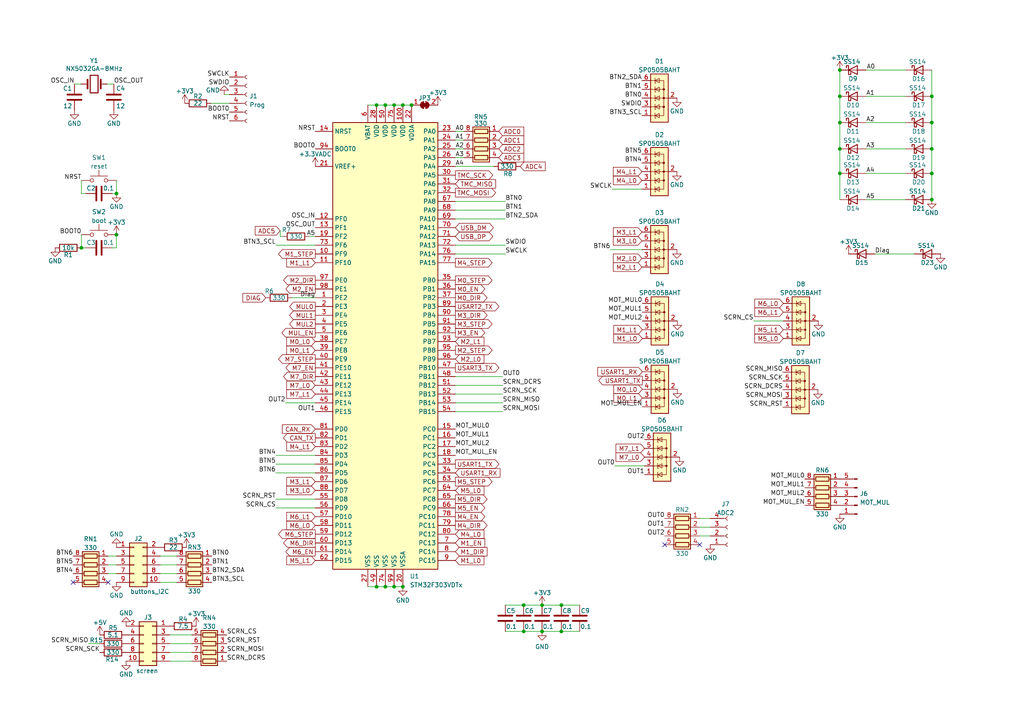
<source format=kicad_sch>
(kicad_sch (version 20211123) (generator eeschema)
  (paper "A4")
  (junction (at 151.892 175.514))
  (junction (at 23.622 71.882))
  (junction (at 243.586 27.94))
  (junction (at 270.256 43.18))
  (junction (at 157.226 183.134))
  (junction (at 109.22 170.18))
  (junction (at 116.84 170.18))
  (junction (at 111.76 30.48))
  (junction (at 119.38 30.48))
  (junction (at 157.226 175.514))
  (junction (at 243.586 43.18))
  (junction (at 243.586 35.56))
  (junction (at 109.22 30.48))
  (junction (at 270.256 35.56))
  (junction (at 114.3 30.48))
  (junction (at 162.814 175.514))
  (junction (at 111.76 170.18))
  (junction (at 114.3 170.18))
  (junction (at 33.782 56.134))
  (junction (at 270.256 57.912))
  (junction (at 270.256 50.292))
  (junction (at 151.892 183.134))
  (junction (at 33.782 68.072))
  (junction (at 270.256 27.94))
  (junction (at 243.586 20.32))
  (junction (at 162.814 183.134))
  (junction (at 243.586 50.292))
  (junction (at 116.84 30.48))
  (no_connect (at 21.209 168.91))
  (no_connect (at 31.369 168.91))
  (no_connect (at 192.786 157.988))
  (no_connect (at 202.946 157.988))
  (wire (pts (xy 270.256 35.56) (xy 270.256 43.18)))
  (wire (pts (xy 49.276 186.69) (xy 55.626 186.69)))
  (wire (pts (xy 251.206 20.32) (xy 262.636 20.32)))
  (wire (pts (xy 114.3 170.18) (xy 116.84 170.18)))
  (wire (pts (xy 84.709 86.36) (xy 91.44 86.36)))
  (wire (pts (xy 106.68 170.18) (xy 109.22 170.18)))
  (wire (pts (xy 32.512 71.882) (xy 33.782 71.882)))
  (wire (pts (xy 145.796 114.3) (xy 132.08 114.3)))
  (wire (pts (xy 46.482 163.83) (xy 51.308 163.83)))
  (wire (pts (xy 81.28 68.58) (xy 82.042 68.58)))
  (wire (pts (xy 251.206 50.292) (xy 262.636 50.292)))
  (wire (pts (xy 162.814 175.514) (xy 168.148 175.514)))
  (wire (pts (xy 80.01 134.62) (xy 91.44 134.62)))
  (wire (pts (xy 146.558 63.5) (xy 132.08 63.5)))
  (wire (pts (xy 157.226 183.134) (xy 162.814 183.134)))
  (wire (pts (xy 82.804 116.84) (xy 91.44 116.84)))
  (wire (pts (xy 243.586 50.292) (xy 243.586 57.912)))
  (wire (pts (xy 33.02 24.384) (xy 31.115 24.384)))
  (wire (pts (xy 134.493 45.72) (xy 132.08 45.72)))
  (wire (pts (xy 46.482 161.29) (xy 51.308 161.29)))
  (wire (pts (xy 23.622 56.134) (xy 23.622 52.324)))
  (wire (pts (xy 145.796 111.76) (xy 132.08 111.76)))
  (wire (pts (xy 116.84 30.48) (xy 119.38 30.48)))
  (wire (pts (xy 89.662 68.58) (xy 91.44 68.58)))
  (wire (pts (xy 251.206 57.912) (xy 262.636 57.912)))
  (wire (pts (xy 31.369 166.37) (xy 33.782 166.37)))
  (wire (pts (xy 151.892 175.514) (xy 157.226 175.514)))
  (wire (pts (xy 33.782 52.324) (xy 33.782 56.134)))
  (wire (pts (xy 65.024 27.432) (xy 66.548 27.432)))
  (wire (pts (xy 114.3 30.48) (xy 116.84 30.48)))
  (wire (pts (xy 80.01 71.12) (xy 91.44 71.12)))
  (wire (pts (xy 270.256 27.94) (xy 270.256 35.56)))
  (wire (pts (xy 251.206 43.18) (xy 262.636 43.18)))
  (wire (pts (xy 251.206 35.56) (xy 262.636 35.56)))
  (wire (pts (xy 251.206 27.94) (xy 262.636 27.94)))
  (wire (pts (xy 145.796 119.38) (xy 132.08 119.38)))
  (wire (pts (xy 134.493 43.18) (xy 132.08 43.18)))
  (wire (pts (xy 80.01 144.78) (xy 91.44 144.78)))
  (wire (pts (xy 46.482 168.91) (xy 51.308 168.91)))
  (wire (pts (xy 218.567 93.091) (xy 227.203 93.091)))
  (wire (pts (xy 109.22 30.48) (xy 111.76 30.48)))
  (wire (pts (xy 243.586 27.94) (xy 243.586 35.56)))
  (wire (pts (xy 23.622 68.072) (xy 23.622 71.882)))
  (wire (pts (xy 178.308 135.128) (xy 186.944 135.128)))
  (wire (pts (xy 49.276 184.15) (xy 55.626 184.15)))
  (wire (pts (xy 132.08 48.26) (xy 143.256 48.26)))
  (wire (pts (xy 31.369 163.83) (xy 33.782 163.83)))
  (wire (pts (xy 33.782 71.882) (xy 33.782 68.072)))
  (wire (pts (xy 202.946 152.908) (xy 205.994 152.908)))
  (wire (pts (xy 81.28 66.929) (xy 81.28 68.58)))
  (wire (pts (xy 31.369 161.29) (xy 33.782 161.29)))
  (wire (pts (xy 146.558 175.514) (xy 151.892 175.514)))
  (wire (pts (xy 253.746 73.66) (xy 265.176 73.66)))
  (wire (pts (xy 21.59 24.384) (xy 23.495 24.384)))
  (wire (pts (xy 49.276 189.23) (xy 55.626 189.23)))
  (wire (pts (xy 243.586 35.56) (xy 243.586 43.18)))
  (wire (pts (xy 151.892 183.134) (xy 157.226 183.134)))
  (wire (pts (xy 80.01 132.08) (xy 91.44 132.08)))
  (wire (pts (xy 157.226 175.514) (xy 162.814 175.514)))
  (wire (pts (xy 177.546 54.864) (xy 186.182 54.864)))
  (wire (pts (xy 202.946 150.368) (xy 205.994 150.368)))
  (wire (pts (xy 61.214 29.972) (xy 66.548 29.972)))
  (wire (pts (xy 146.558 183.134) (xy 151.892 183.134)))
  (wire (pts (xy 46.482 166.37) (xy 51.308 166.37)))
  (wire (pts (xy 177.038 72.39) (xy 186.182 72.39)))
  (wire (pts (xy 109.22 170.18) (xy 111.76 170.18)))
  (wire (pts (xy 23.622 71.882) (xy 24.892 71.882)))
  (wire (pts (xy 132.08 73.66) (xy 146.558 73.66)))
  (wire (pts (xy 202.946 155.448) (xy 205.994 155.448)))
  (wire (pts (xy 134.493 40.64) (xy 132.08 40.64)))
  (wire (pts (xy 146.558 58.42) (xy 132.08 58.42)))
  (wire (pts (xy 270.256 20.32) (xy 270.256 27.94)))
  (wire (pts (xy 134.493 38.1) (xy 132.08 38.1)))
  (wire (pts (xy 270.256 50.292) (xy 270.256 57.912)))
  (wire (pts (xy 33.782 56.134) (xy 32.512 56.134)))
  (wire (pts (xy 132.08 71.12) (xy 146.558 71.12)))
  (wire (pts (xy 111.76 170.18) (xy 114.3 170.18)))
  (wire (pts (xy 145.796 116.84) (xy 132.08 116.84)))
  (wire (pts (xy 111.76 30.48) (xy 114.3 30.48)))
  (wire (pts (xy 49.276 191.77) (xy 55.626 191.77)))
  (wire (pts (xy 243.586 20.32) (xy 243.586 27.94)))
  (wire (pts (xy 25.654 186.69) (xy 28.956 186.69)))
  (wire (pts (xy 80.01 147.32) (xy 91.44 147.32)))
  (wire (pts (xy 80.01 137.16) (xy 91.44 137.16)))
  (wire (pts (xy 145.796 109.22) (xy 132.08 109.22)))
  (wire (pts (xy 106.68 30.48) (xy 109.22 30.48)))
  (wire (pts (xy 162.814 183.134) (xy 168.148 183.134)))
  (wire (pts (xy 24.892 56.134) (xy 23.622 56.134)))
  (wire (pts (xy 270.256 43.18) (xy 270.256 50.292)))
  (wire (pts (xy 146.558 60.96) (xy 132.08 60.96)))
  (wire (pts (xy 243.586 43.18) (xy 243.586 50.292)))
  (label "BTN0" (at 146.558 58.42 0))
  (label "SCRN_MOSI" (at 65.786 189.23 0))
  (label "MOT_MUL1" (at 186.309 90.551 180))
  (label "BTN3_SCL" (at 80.01 71.12 180))
  (label "SCRN_RST" (at 227.076 118.11 180))
  (label "A5" (at 91.44 68.58 180))
  (label "BTN5" (at 21.209 163.83 180))
  (label "BTN2_SDA" (at 186.182 23.368 180))
  (label "OUT0" (at 178.308 135.128 180))
  (label "NRST" (at 91.44 38.1 180))
  (label "BTN5" (at 80.01 134.62 180))
  (label "SCRN_SCK" (at 28.956 189.23 180))
  (label "MOT_MUL_EN" (at 233.426 146.558 180))
  (label "BTN4" (at 21.209 166.37 180))
  (label "BTN0" (at 186.182 28.448 180))
  (label "SCRN_SCK" (at 145.796 114.3 0))
  (label "SCRN_DCRS" (at 227.076 113.03 180))
  (label "SWCLK" (at 177.546 54.864 180))
  (label "A0" (at 132.08 38.1 0))
  (label "BTN1" (at 146.558 60.96 0))
  (label "OSC_IN" (at 91.44 63.5 180))
  (label "MOT_MUL2" (at 186.309 93.091 180))
  (label "BTN1" (at 61.468 163.83 0))
  (label "BOOT0" (at 23.622 68.072 180))
  (label "BTN4" (at 80.01 132.08 180))
  (label "A4" (at 251.206 50.292 0))
  (label "SWCLK" (at 66.548 22.352 180))
  (label "BTN1" (at 186.182 25.908 180))
  (label "SCRN_MISO" (at 227.076 107.95 180))
  (label "A1" (at 251.206 27.94 0))
  (label "MOT_MUL1" (at 132.08 127 0))
  (label "SCRN_DCRS" (at 65.786 191.77 0))
  (label "SWCLK" (at 146.558 73.66 0))
  (label "OUT1" (at 186.944 137.668 180))
  (label "MOT_MUL0" (at 186.309 88.011 180))
  (label "SCRN_RST" (at 65.786 186.69 0))
  (label "NRST" (at 66.548 35.052 180))
  (label "Diag" (at 91.44 86.36 180))
  (label "BTN3_SCL" (at 186.182 33.528 180))
  (label "BTN5" (at 186.182 44.704 180))
  (label "Diag" (at 253.746 73.66 0))
  (label "MOT_MUL2" (at 233.426 144.018 180))
  (label "SCRN_MOSI" (at 227.076 115.57 180))
  (label "BTN2_SDA" (at 61.468 166.37 0))
  (label "OUT0" (at 145.796 109.22 0))
  (label "OSC_IN" (at 21.59 24.384 180))
  (label "SCRN_CS" (at 80.01 147.32 180))
  (label "SCRN_CS" (at 65.786 184.15 0))
  (label "SCRN_MISO" (at 145.796 116.84 0))
  (label "A0" (at 251.333 20.32 0))
  (label "OSC_OUT" (at 91.44 66.04 180))
  (label "MOT_MUL_EN" (at 132.08 132.08 0))
  (label "OUT2" (at 82.804 116.84 180))
  (label "A3" (at 132.08 45.72 0))
  (label "SCRN_MISO" (at 25.654 186.69 180))
  (label "BTN3_SCL" (at 61.468 168.91 0))
  (label "A1" (at 132.08 40.64 0))
  (label "SCRN_MOSI" (at 145.796 119.38 0))
  (label "OUT2" (at 192.786 155.448 180))
  (label "SWDIO" (at 146.558 71.12 0))
  (label "SWDIO" (at 186.182 30.988 180))
  (label "MOT_MUL1" (at 233.426 141.478 180))
  (label "SCRN_SCK" (at 227.076 110.49 180))
  (label "MOT_MUL_EN" (at 186.309 117.983 180))
  (label "BTN0" (at 61.468 161.29 0))
  (label "BOOT0" (at 91.44 43.18 180))
  (label "BOOT0" (at 66.548 32.512 180))
  (label "OUT1" (at 91.44 119.38 180))
  (label "BTN2_SDA" (at 146.558 63.5 0))
  (label "OUT2" (at 186.944 127.508 180))
  (label "SCRN_CS" (at 218.567 93.091 180))
  (label "BTN6" (at 21.209 161.29 180))
  (label "SCRN_DCRS" (at 145.796 111.76 0))
  (label "SWDIO" (at 66.548 24.892 180))
  (label "OUT1" (at 192.786 152.908 180))
  (label "OSC_OUT" (at 33.02 24.384 0))
  (label "A5" (at 251.206 57.912 0))
  (label "OUT0" (at 192.786 150.368 180))
  (label "SCRN_RST" (at 80.01 144.78 180))
  (label "BTN6" (at 177.038 72.39 180))
  (label "BTN6" (at 80.01 137.16 180))
  (label "MOT_MUL0" (at 132.08 124.46 0))
  (label "MOT_MUL0" (at 233.426 138.938 180))
  (label "MOT_MUL2" (at 132.08 129.54 0))
  (label "BTN4" (at 186.182 47.244 180))
  (label "A4" (at 132.08 48.26 0))
  (label "A2" (at 132.08 43.18 0))
  (label "A2" (at 251.206 35.56 0))
  (label "NRST" (at 23.622 52.324 180))
  (label "A3" (at 251.206 43.18 0))
  (global_label "M1_L0" (shape input) (at 186.309 98.171 180) (property "Intersheet References" "${INTERSHEET_REFS}" (effects hide)))
  (global_label "M5_L0" (shape input) (at 132.08 142.24 0) (property "Intersheet References" "${INTERSHEET_REFS}" (effects hide)))
  (global_label "M2_DIR" (shape output) (at 91.44 81.28 180) (property "Intersheet References" "${INTERSHEET_REFS}" (effects hide)))
  (global_label "M6_L0" (shape input) (at 91.44 152.4 180) (property "Intersheet References" "${INTERSHEET_REFS}" (effects hide)))
  (global_label "M6_L1" (shape input) (at 227.203 90.551 180) (property "Intersheet References" "${INTERSHEET_REFS}" (effects hide)))
  (global_label "MUL1" (shape output) (at 91.44 91.44 180) (property "Intersheet References" "${INTERSHEET_REFS}" (effects hide)))
  (global_label "USART1_TX" (shape output) (at 132.08 134.62 0) (property "Intersheet References" "${INTERSHEET_REFS}" (effects hide)))
  (global_label "USART1_RX" (shape input) (at 186.309 107.823 180) (property "Intersheet References" "${INTERSHEET_REFS}" (effects hide)))
  (global_label "M3_L0" (shape input) (at 91.44 142.24 180) (property "Intersheet References" "${INTERSHEET_REFS}" (effects hide)))
  (global_label "M0_EN" (shape output) (at 132.08 83.82 0) (property "Intersheet References" "${INTERSHEET_REFS}" (effects hide)))
  (global_label "M6_EN" (shape output) (at 91.44 160.02 180) (property "Intersheet References" "${INTERSHEET_REFS}" (effects hide)))
  (global_label "DIAG" (shape input) (at 77.089 86.36 180) (property "Intersheet References" "${INTERSHEET_REFS}" (effects hide)))
  (global_label "M2_L1" (shape input) (at 186.182 77.47 180) (property "Intersheet References" "${INTERSHEET_REFS}" (effects hide)))
  (global_label "TMC_MISO" (shape input) (at 132.08 53.34 0) (property "Intersheet References" "${INTERSHEET_REFS}" (effects hide)))
  (global_label "CAN_RX" (shape input) (at 91.44 124.46 180) (property "Intersheet References" "${INTERSHEET_REFS}" (effects hide)))
  (global_label "M7_L0" (shape input) (at 186.944 132.588 180) (property "Intersheet References" "${INTERSHEET_REFS}" (effects hide)))
  (global_label "M4_L0" (shape input) (at 186.182 52.324 180) (property "Intersheet References" "${INTERSHEET_REFS}" (effects hide)))
  (global_label "M1_EN" (shape input) (at 132.08 157.48 0) (property "Intersheet References" "${INTERSHEET_REFS}" (effects hide)))
  (global_label "M7_L1" (shape input) (at 91.44 114.3 180) (property "Intersheet References" "${INTERSHEET_REFS}" (effects hide)))
  (global_label "USART1_RX" (shape input) (at 132.08 137.16 0) (property "Intersheet References" "${INTERSHEET_REFS}" (effects hide)))
  (global_label "M6_DIR" (shape output) (at 91.44 157.48 180) (property "Intersheet References" "${INTERSHEET_REFS}" (effects hide)))
  (global_label "USART1_TX" (shape output) (at 186.309 110.363 180) (property "Intersheet References" "${INTERSHEET_REFS}" (effects hide)))
  (global_label "M4_EN" (shape output) (at 132.08 149.86 0) (property "Intersheet References" "${INTERSHEET_REFS}" (effects hide)))
  (global_label "M0_L1" (shape input) (at 91.44 101.6 180) (property "Intersheet References" "${INTERSHEET_REFS}" (effects hide)))
  (global_label "M1_STEP" (shape output) (at 91.44 73.66 180) (property "Intersheet References" "${INTERSHEET_REFS}" (effects hide)))
  (global_label "ADC4" (shape input) (at 150.876 48.26 0) (property "Intersheet References" "${INTERSHEET_REFS}" (effects hide)))
  (global_label "M0_L0" (shape input) (at 186.309 112.903 180) (property "Intersheet References" "${INTERSHEET_REFS}" (effects hide)))
  (global_label "M3_L0" (shape input) (at 186.182 69.85 180) (property "Intersheet References" "${INTERSHEET_REFS}" (effects hide)))
  (global_label "M2_L1" (shape input) (at 132.08 99.06 0) (property "Intersheet References" "${INTERSHEET_REFS}" (effects hide)))
  (global_label "ADC2" (shape input) (at 144.653 43.18 0) (property "Intersheet References" "${INTERSHEET_REFS}" (effects hide)))
  (global_label "M0_STEP" (shape output) (at 132.08 81.28 0) (property "Intersheet References" "${INTERSHEET_REFS}" (effects hide)))
  (global_label "M7_L1" (shape input) (at 186.944 130.048 180) (property "Intersheet References" "${INTERSHEET_REFS}" (effects hide)))
  (global_label "MUL0" (shape output) (at 91.44 88.9 180) (property "Intersheet References" "${INTERSHEET_REFS}" (effects hide)))
  (global_label "M3_L1" (shape input) (at 186.182 67.31 180) (property "Intersheet References" "${INTERSHEET_REFS}" (effects hide)))
  (global_label "M1_DIR" (shape input) (at 132.08 160.02 0) (property "Intersheet References" "${INTERSHEET_REFS}" (effects hide)))
  (global_label "M2_EN" (shape output) (at 91.44 83.82 180) (property "Intersheet References" "${INTERSHEET_REFS}" (effects hide)))
  (global_label "M3_L1" (shape input) (at 91.44 139.7 180) (property "Intersheet References" "${INTERSHEET_REFS}" (effects hide)))
  (global_label "M3_EN" (shape output) (at 132.08 96.52 0) (property "Intersheet References" "${INTERSHEET_REFS}" (effects hide)))
  (global_label "M3_DIR" (shape output) (at 132.08 91.44 0) (property "Intersheet References" "${INTERSHEET_REFS}" (effects hide)))
  (global_label "M4_L1" (shape input) (at 91.44 129.54 180) (property "Intersheet References" "${INTERSHEET_REFS}" (effects hide)))
  (global_label "M5_L0" (shape input) (at 227.203 98.171 180) (property "Intersheet References" "${INTERSHEET_REFS}" (effects hide)))
  (global_label "M1_L1" (shape input) (at 91.44 76.2 180) (property "Intersheet References" "${INTERSHEET_REFS}" (effects hide)))
  (global_label "M7_DIR" (shape output) (at 91.44 109.22 180) (property "Intersheet References" "${INTERSHEET_REFS}" (effects hide)))
  (global_label "MUL_EN" (shape output) (at 91.44 96.52 180) (property "Intersheet References" "${INTERSHEET_REFS}" (effects hide)))
  (global_label "USB_DM" (shape bidirectional) (at 132.08 66.04 0) (property "Intersheet References" "${INTERSHEET_REFS}" (effects hide)))
  (global_label "M4_L0" (shape input) (at 132.08 154.94 0) (property "Intersheet References" "${INTERSHEET_REFS}" (effects hide)))
  (global_label "M5_STEP" (shape output) (at 132.08 139.7 0) (property "Intersheet References" "${INTERSHEET_REFS}" (effects hide)))
  (global_label "USART3_TX" (shape output) (at 132.08 106.68 0) (property "Intersheet References" "${INTERSHEET_REFS}" (effects hide)))
  (global_label "M5_L1" (shape input) (at 227.203 95.631 180) (property "Intersheet References" "${INTERSHEET_REFS}" (effects hide)))
  (global_label "TMC_SCK" (shape output) (at 132.08 50.8 0) (property "Intersheet References" "${INTERSHEET_REFS}" (effects hide)))
  (global_label "ADC0" (shape input) (at 144.653 38.1 0) (property "Intersheet References" "${INTERSHEET_REFS}" (effects hide)))
  (global_label "M1_L1" (shape input) (at 186.309 95.631 180) (property "Intersheet References" "${INTERSHEET_REFS}" (effects hide)))
  (global_label "M6_STEP" (shape output) (at 91.44 154.94 180) (property "Intersheet References" "${INTERSHEET_REFS}" (effects hide)))
  (global_label "M5_L1" (shape input) (at 91.44 162.56 180) (property "Intersheet References" "${INTERSHEET_REFS}" (effects hide)))
  (global_label "ADC1" (shape input) (at 144.653 40.64 0) (property "Intersheet References" "${INTERSHEET_REFS}" (effects hide)))
  (global_label "M5_DIR" (shape output) (at 132.08 144.78 0) (property "Intersheet References" "${INTERSHEET_REFS}" (effects hide)))
  (global_label "M6_L1" (shape input) (at 91.44 149.86 180) (property "Intersheet References" "${INTERSHEET_REFS}" (effects hide)))
  (global_label "CAN_TX" (shape output) (at 91.44 127 180) (property "Intersheet References" "${INTERSHEET_REFS}" (effects hide)))
  (global_label "TMC_MOSI" (shape output) (at 132.08 55.88 0) (property "Intersheet References" "${INTERSHEET_REFS}" (effects hide)))
  (global_label "M3_STEP" (shape output) (at 132.08 93.98 0) (property "Intersheet References" "${INTERSHEET_REFS}" (effects hide)))
  (global_label "M0_DIR" (shape output) (at 132.08 86.36 0) (property "Intersheet References" "${INTERSHEET_REFS}" (effects hide)))
  (global_label "MUL2" (shape output) (at 91.44 93.98 180) (property "Intersheet References" "${INTERSHEET_REFS}" (effects hide)))
  (global_label "M6_L0" (shape input) (at 227.203 88.011 180) (property "Intersheet References" "${INTERSHEET_REFS}" (effects hide)))
  (global_label "M2_STEP" (shape output) (at 132.08 101.6 0) (property "Intersheet References" "${INTERSHEET_REFS}" (effects hide)))
  (global_label "M1_L0" (shape input) (at 132.08 162.56 0) (property "Intersheet References" "${INTERSHEET_REFS}" (effects hide)))
  (global_label "M0_L0" (shape input) (at 91.44 99.06 180) (property "Intersheet References" "${INTERSHEET_REFS}" (effects hide)))
  (global_label "M7_STEP" (shape output) (at 91.44 104.14 180) (property "Intersheet References" "${INTERSHEET_REFS}" (effects hide)))
  (global_label "USB_DP" (shape bidirectional) (at 132.08 68.58 0) (property "Intersheet References" "${INTERSHEET_REFS}" (effects hide)))
  (global_label "M5_EN" (shape output) (at 132.08 147.32 0) (property "Intersheet References" "${INTERSHEET_REFS}" (effects hide)))
  (global_label "M0_L1" (shape input) (at 186.309 115.443 180) (property "Intersheet References" "${INTERSHEET_REFS}" (effects hide)))
  (global_label "M4_L1" (shape input) (at 186.182 49.784 180) (property "Intersheet References" "${INTERSHEET_REFS}" (effects hide)))
  (global_label "M4_STEP" (shape output) (at 132.08 76.2 0) (property "Intersheet References" "${INTERSHEET_REFS}" (effects hide)))
  (global_label "ADC5" (shape input) (at 81.28 66.929 180) (property "Intersheet References" "${INTERSHEET_REFS}" (effects hide)))
  (global_label "M2_L0" (shape input) (at 186.182 74.93 180) (property "Intersheet References" "${INTERSHEET_REFS}" (effects hide)))
  (global_label "ADC3" (shape input) (at 144.653 45.72 0) (property "Intersheet References" "${INTERSHEET_REFS}" (effects hide)))
  (global_label "M7_EN" (shape output) (at 91.44 106.68 180) (property "Intersheet References" "${INTERSHEET_REFS}" (effects hide)))
  (global_label "USART2_TX" (shape output) (at 132.08 88.9 0) (property "Intersheet References" "${INTERSHEET_REFS}" (effects hide)))
  (global_label "M2_L0" (shape input) (at 132.08 104.14 0) (property "Intersheet References" "${INTERSHEET_REFS}" (effects hide)))
  (global_label "M7_L0" (shape input) (at 91.44 111.76 180) (property "Intersheet References" "${INTERSHEET_REFS}" (effects hide)))
  (global_label "M4_DIR" (shape output) (at 132.08 152.4 0) (property "Intersheet References" "${INTERSHEET_REFS}" (effects hide)))
  (symbol (lib_id "Device:C") (at 157.226 179.324 0) (unit 1)
    (property "Reference" "C7" (at 157.48 177.165 0) (effects (justify left)))
    (property "Value" "0.1" (at 157.353 181.737 0) (effects (justify left)))
    (property "Footprint" "Capacitor_SMD:C_0603_1608Metric_Pad1.08x0.95mm_HandSolder" (effects hide))
  )
  (symbol (lib_id "stm32-rescue:GND") (at 36.576 181.61 180) (unit 1)
    (property "Reference" "#PWR0111" (effects hide))
    (property "Value" "GND" (at 36.576 177.8 0))
  )
  (symbol (lib_id "Device:R") (at 32.766 189.23 90) (unit 1)
    (property "Reference" "R14" (at 32.512 191.262 90))
    (property "Value" "330" (at 32.766 189.23 90))
    (property "Footprint" "Resistor_SMD:R_0603_1608Metric_Pad0.98x0.95mm_HandSolder" (effects hide))
  )
  (symbol (lib_id "Connector:Conn_01x06_Female") (at 71.628 27.432 0) (unit 1)
    (property "Reference" "J1" (at 72.3392 27.8673 0) (effects (justify left)))
    (property "Value" "Prog" (at 72.3392 30.4042 0) (effects (justify left)))
    (property "Footprint" "Connector_PinSocket_1.27mm:PinSocket_1x06_P1.27mm_Vertical" (effects hide))
  )
  (symbol (lib_id "Device:R") (at 57.404 29.972 90) (unit 1)
    (property "Reference" "R2" (at 57.404 27.94 90))
    (property "Value" "22" (at 57.404 29.972 90))
    (property "Footprint" "Resistor_SMD:R_0603_1608Metric_Pad0.98x0.95mm_HandSolder" (effects hide))
  )
  (symbol (lib_id "Device:R_Pack04") (at 238.506 144.018 90) (mirror x) (unit 1)
    (property "Reference" "RN6" (at 238.506 136.398 90))
    (property "Value" "330" (at 238.506 149.098 90))
    (property "Footprint" "Resistor_SMD:R_Array_Convex_4x0603" (effects hide))
  )
  (symbol (lib_id "power:GND") (at 116.84 170.18 0) (unit 1)
    (property "Reference" "#PWR07" (effects hide))
    (property "Value" "GND" (at 116.84 174.117 0))
  )
  (symbol (lib_id "power:+5V") (at 28.956 184.15 0) (unit 1)
    (property "Reference" "#PWR0116" (effects hide))
    (property "Value" "+5V" (at 28.956 180.5742 0))
  )
  (symbol (lib_id "Device:D_Schottky") (at 266.446 35.56 0) (unit 1)
    (property "Reference" "D18" (at 266.446 38.1 0))
    (property "Value" "SS14" (at 266.1285 33.1271 0))
    (property "Footprint" "Diode_SMD:D_SOD-323_HandSoldering" (effects hide))
  )
  (symbol (lib_id "power:+3V3") (at 127 30.48 0) (unit 1)
    (property "Reference" "#PWR08" (effects hide))
    (property "Value" "+3V3" (at 127 26.9042 0))
  )
  (symbol (lib_id "MCU_ST_STM32F3:STM32F303VDTx") (at 111.76 99.06 0) (unit 1)
    (property "Reference" "U1" (at 118.8594 167.1304 0) (effects (justify left)))
    (property "Value" "STM32F303VDTx" (at 118.8594 169.6673 0) (effects (justify left)))
    (property "Footprint" "Package_QFP:LQFP-100_14x14mm_P0.5mm" (effects hide))
    (property "Datasheet" "http://www.st.com/st-web-ui/static/active/en/resource/technical/document/datasheet/DM00118585.pdf" (effects hide))
  )
  (symbol (lib_id "Connector:Conn_01x04_Female") (at 211.074 155.448 0) (mirror x) (unit 1)
    (property "Reference" "J7" (at 210.439 146.211 0))
    (property "Value" "ADC2" (at 210.439 148.7479 0))
    (property "Footprint" "Connector_JST:JST_PH_B4B-PH-K_1x04_P2.00mm_Vertical" (effects hide))
  )
  (symbol (lib_id "Device:D_Schottky") (at 247.396 43.18 0) (unit 1)
    (property "Reference" "D12" (at 247.396 45.72 0))
    (property "Value" "SS14" (at 247.0785 40.7471 0))
    (property "Footprint" "Diode_SMD:D_SOD-323_HandSoldering" (effects hide))
  )
  (symbol (lib_id "Device:C") (at 162.814 179.324 0) (unit 1)
    (property "Reference" "C8" (at 163.068 177.165 0) (effects (justify left)))
    (property "Value" "0.1" (at 162.941 181.737 0) (effects (justify left)))
    (property "Footprint" "Capacitor_SMD:C_0603_1608Metric_Pad1.08x0.95mm_HandSolder" (effects hide))
  )
  (symbol (lib_id "Device:R") (at 53.086 181.61 90) (unit 1)
    (property "Reference" "R4" (at 53.086 179.578 90))
    (property "Value" "7.5" (at 53.086 181.61 90))
    (property "Footprint" "Resistor_SMD:R_0603_1608Metric_Pad0.98x0.95mm_HandSolder" (effects hide))
  )
  (symbol (lib_id "Switch:SW_Push") (at 28.702 52.324 0) (unit 1)
    (property "Reference" "SW1" (at 28.702 45.7032 0))
    (property "Value" "reset" (at 28.702 48.2401 0))
    (property "Footprint" "Button_Switch_SMD:SW_SPST_FSMSM" (effects hide))
  )
  (symbol (lib_id "power:+3V3") (at 53.594 29.972 0) (unit 1)
    (property "Reference" "#PWR09" (effects hide))
    (property "Value" "+3V3" (at 53.594 26.3962 0))
  )
  (symbol (lib_id "stm32-rescue:GND") (at 197.104 132.588 0) (unit 1)
    (property "Reference" "#PWR0110" (effects hide))
    (property "Value" "GND" (at 197.104 136.398 0))
  )
  (symbol (lib_id "Device:D_Schottky") (at 249.936 73.66 0) (unit 1)
    (property "Reference" "D15" (at 249.936 76.2 0))
    (property "Value" "SS14" (at 249.6185 71.2271 0))
    (property "Footprint" "Diode_SMD:D_SOD-323_HandSoldering" (effects hide))
  )
  (symbol (lib_id "stm32-rescue:GND") (at 237.236 113.03 0) (unit 1)
    (property "Reference" "#PWR0106" (effects hide))
    (property "Value" "GND" (at 237.236 116.84 0))
  )
  (symbol (lib_id "Device:R_Pack04") (at 139.573 43.18 90) (mirror x) (unit 1)
    (property "Reference" "RN5" (at 139.446 33.909 90))
    (property "Value" "330" (at 139.446 35.814 90))
    (property "Footprint" "Resistor_SMD:R_Array_Convex_4x0603" (effects hide))
  )
  (symbol (lib_id "Connector_Generic:Conn_02x05_Odd_Even") (at 44.196 186.69 0) (mirror y) (unit 1)
    (property "Reference" "J3" (at 42.926 179.07 0))
    (property "Value" "screen" (at 42.672 194.564 0))
    (property "Footprint" "Connector_IDC:IDC-Header_2x05_P2.54mm_Vertical" (effects hide))
  )
  (symbol (lib_id "stm32-rescue:GND") (at 205.994 157.988 0) (unit 1)
    (property "Reference" "#PWR015" (effects hide))
    (property "Value" "GND" (at 205.994 161.798 0))
  )
  (symbol (lib_id "power:GND") (at 65.024 27.432 180) (unit 1)
    (property "Reference" "#PWR012" (effects hide))
    (property "Value" "GND" (at 59.69 26.162 0) (effects (justify right)))
  )
  (symbol (lib_id "Device:R") (at 50.292 158.75 90) (unit 1)
    (property "Reference" "R3" (at 50.292 156.718 90))
    (property "Value" "22" (at 50.292 158.75 90))
    (property "Footprint" "Resistor_SMD:R_0603_1608Metric_Pad0.98x0.95mm_HandSolder" (effects hide))
  )
  (symbol (lib_id "Device:R_Pack04") (at 197.866 155.448 90) (mirror x) (unit 1)
    (property "Reference" "RN2" (at 197.866 147.828 90))
    (property "Value" "330" (at 197.866 160.528 90))
    (property "Footprint" "Resistor_SMD:R_Array_Convex_4x0603" (effects hide))
  )
  (symbol (lib_id "power:+3V3") (at 246.126 73.66 0) (unit 1)
    (property "Reference" "#PWR0103" (effects hide))
    (property "Value" "+3V3" (at 246.126 70.0842 0))
  )
  (symbol (lib_id "stm32-rescue:GND") (at 33.782 158.75 180) (unit 1)
    (property "Reference" "#PWR0112" (effects hide))
    (property "Value" "GND" (at 33.782 154.94 0))
  )
  (symbol (lib_id "Power_Protection:SP0505BAHT") (at 232.283 93.091 90) (unit 1)
    (property "Reference" "D8" (at 232.283 82.4062 90))
    (property "Value" "SP0505BAHT" (at 232.283 84.9431 90))
    (property "Footprint" "Package_TO_SOT_SMD:SOT-23-6" (effects hide))
    (property "Datasheet" "http://www.littelfuse.com/~/media/files/littelfuse/technical%20resources/documents/data%20sheets/sp05xxba.pdf" (effects hide))
  )
  (symbol (lib_id "Device:R_Pack04") (at 56.388 166.37 90) (mirror x) (unit 1)
    (property "Reference" "RN3" (at 56.388 158.75 90))
    (property "Value" "330" (at 56.388 171.45 90))
    (property "Footprint" "Resistor_SMD:R_Array_Convex_4x0603" (effects hide))
  )
  (symbol (lib_id "Device:C") (at 28.702 71.882 90) (unit 1)
    (property "Reference" "C3" (at 26.416 70.358 90))
    (property "Value" "0.1" (at 31.496 70.358 90))
    (property "Footprint" "Capacitor_SMD:C_0603_1608Metric_Pad1.08x0.95mm_HandSolder" (effects hide))
  )
  (symbol (lib_id "Device:C") (at 168.148 179.324 0) (unit 1)
    (property "Reference" "C9" (at 168.402 177.165 0) (effects (justify left)))
    (property "Value" "0.1" (at 168.275 181.737 0) (effects (justify left)))
    (property "Footprint" "Capacitor_SMD:C_0603_1608Metric_Pad1.08x0.95mm_HandSolder" (effects hide))
  )
  (symbol (lib_id "power:GND") (at 157.226 183.134 0) (unit 1)
    (property "Reference" "#PWR011" (effects hide))
    (property "Value" "GND" (at 157.226 187.5774 0))
  )
  (symbol (lib_id "Device:C") (at 28.702 56.134 90) (unit 1)
    (property "Reference" "C2" (at 26.416 54.61 90))
    (property "Value" "0.1" (at 31.496 54.61 90))
    (property "Footprint" "Capacitor_SMD:C_0603_1608Metric_Pad1.08x0.95mm_HandSolder" (effects hide))
  )
  (symbol (lib_id "Device:D_Schottky") (at 266.446 57.912 0) (unit 1)
    (property "Reference" "D21" (at 266.446 60.452 0))
    (property "Value" "SS14" (at 266.1285 55.4791 0))
    (property "Footprint" "Diode_SMD:D_SOD-323_HandSoldering" (effects hide))
  )
  (symbol (lib_id "Power_Protection:SP0505BAHT") (at 191.389 112.903 90) (unit 1)
    (property "Reference" "D5" (at 191.389 102.2182 90))
    (property "Value" "SP0505BAHT" (at 191.389 104.7551 90))
    (property "Footprint" "Package_TO_SOT_SMD:SOT-23-6" (effects hide))
    (property "Datasheet" "http://www.littelfuse.com/~/media/files/littelfuse/technical%20resources/documents/data%20sheets/sp05xxba.pdf" (effects hide))
  )
  (symbol (lib_id "Device:D_Schottky") (at 247.396 35.56 0) (unit 1)
    (property "Reference" "D11" (at 247.396 38.1 0))
    (property "Value" "SS14" (at 247.0785 33.1271 0))
    (property "Footprint" "Diode_SMD:D_SOD-323_HandSoldering" (effects hide))
  )
  (symbol (lib_id "stm32-rescue:GND") (at 196.469 112.903 0) (unit 1)
    (property "Reference" "#PWR0109" (effects hide))
    (property "Value" "GND" (at 196.469 116.713 0))
  )
  (symbol (lib_id "stm32-rescue:GND") (at 237.363 93.091 0) (unit 1)
    (property "Reference" "#PWR0105" (effects hide))
    (property "Value" "GND" (at 237.363 96.901 0))
  )
  (symbol (lib_id "stm32-rescue:GND") (at 33.782 56.134 0) (unit 1)
    (property "Reference" "#PWR03" (effects hide))
    (property "Value" "GND" (at 33.782 59.944 0))
  )
  (symbol (lib_id "power:+3V3") (at 157.226 175.514 0) (unit 1)
    (property "Reference" "#PWR010" (effects hide))
    (property "Value" "+3V3" (at 157.226 171.9382 0))
  )
  (symbol (lib_id "Device:D_Schottky") (at 266.446 20.32 0) (unit 1)
    (property "Reference" "D16" (at 266.446 22.86 0))
    (property "Value" "SS14" (at 266.1285 17.8871 0))
    (property "Footprint" "Diode_SMD:D_SOD-323_HandSoldering" (effects hide))
  )
  (symbol (lib_id "Switch:SW_Push") (at 28.702 68.072 0) (unit 1)
    (property "Reference" "SW2" (at 28.702 61.4512 0))
    (property "Value" "boot" (at 28.702 63.9881 0))
    (property "Footprint" "Button_Switch_SMD:SW_SPST_FSMSM" (effects hide))
  )
  (symbol (lib_id "stm32-rescue:GND") (at 16.002 71.882 0) (unit 1)
    (property "Reference" "#PWR01" (effects hide))
    (property "Value" "GND" (at 16.002 75.692 0))
  )
  (symbol (lib_id "Power_Protection:SP0505BAHT") (at 232.156 113.03 90) (unit 1)
    (property "Reference" "D7" (at 232.156 102.3452 90))
    (property "Value" "SP0505BAHT" (at 232.156 104.8821 90))
    (property "Footprint" "Package_TO_SOT_SMD:SOT-23-6" (effects hide))
    (property "Datasheet" "http://www.littelfuse.com/~/media/files/littelfuse/technical%20resources/documents/data%20sheets/sp05xxba.pdf" (effects hide))
  )
  (symbol (lib_id "Power_Protection:SP0505BAHT") (at 191.262 49.784 90) (unit 1)
    (property "Reference" "D2" (at 191.262 39.0992 90))
    (property "Value" "SP0505BAHT" (at 191.262 41.6361 90))
    (property "Footprint" "Package_TO_SOT_SMD:SOT-23-6" (effects hide))
    (property "Datasheet" "http://www.littelfuse.com/~/media/files/littelfuse/technical%20resources/documents/data%20sheets/sp05xxba.pdf" (effects hide))
  )
  (symbol (lib_id "Device:D_Schottky") (at 266.446 27.94 0) (unit 1)
    (property "Reference" "D17" (at 266.446 30.48 0))
    (property "Value" "SS14" (at 266.1285 25.5071 0))
    (property "Footprint" "Diode_SMD:D_SOD-323_HandSoldering" (effects hide))
  )
  (symbol (lib_id "Power_Protection:SP0505BAHT") (at 191.262 28.448 90) (unit 1)
    (property "Reference" "D1" (at 191.262 17.7632 90))
    (property "Value" "SP0505BAHT" (at 191.262 20.3001 90))
    (property "Footprint" "Package_TO_SOT_SMD:SOT-23-6" (effects hide))
    (property "Datasheet" "http://www.littelfuse.com/~/media/files/littelfuse/technical%20resources/documents/data%20sheets/sp05xxba.pdf" (effects hide))
  )
  (symbol (lib_id "stm32-rescue:GND") (at 21.59 32.004 0) (unit 1)
    (property "Reference" "#PWR02" (effects hide))
    (property "Value" "GND" (at 21.59 35.814 0))
  )
  (symbol (lib_id "Power_Protection:SP0505BAHT") (at 191.389 93.091 90) (unit 1)
    (property "Reference" "D4" (at 191.389 82.4062 90))
    (property "Value" "SP0505BAHT" (at 191.389 84.9431 90))
    (property "Footprint" "Package_TO_SOT_SMD:SOT-23-6" (effects hide))
    (property "Datasheet" "http://www.littelfuse.com/~/media/files/littelfuse/technical%20resources/documents/data%20sheets/sp05xxba.pdf" (effects hide))
  )
  (symbol (lib_id "Device:R") (at 32.766 184.15 90) (unit 1)
    (property "Reference" "R5" (at 32.766 182.118 90))
    (property "Value" "5.1" (at 32.766 184.15 90))
    (property "Footprint" "Resistor_SMD:R_0603_1608Metric_Pad0.98x0.95mm_HandSolder" (effects hide))
  )
  (symbol (lib_id "power:+3V3") (at 33.782 68.072 0) (unit 1)
    (property "Reference" "#PWR04" (effects hide))
    (property "Value" "+3V3" (at 33.782 64.4962 0))
  )
  (symbol (lib_id "Device:R") (at 147.066 48.26 90) (unit 1)
    (property "Reference" "R8" (at 147.32 50.419 90))
    (property "Value" "330" (at 147.066 48.26 90))
    (property "Footprint" "Resistor_SMD:R_0603_1608Metric_Pad0.98x0.95mm_HandSolder" (effects hide))
  )
  (symbol (lib_id "Connector_Generic:Conn_02x05_Odd_Even") (at 38.862 163.83 0) (unit 1)
    (property "Reference" "J2" (at 40.132 156.21 0))
    (property "Value" "buttons_I2C" (at 43.434 171.577 0))
    (property "Footprint" "Connector_IDC:IDC-Header_2x05_P2.54mm_Vertical" (effects hide))
  )
  (symbol (lib_id "stm32-rescue:GND") (at 36.576 191.77 0) (unit 1)
    (property "Reference" "#PWR0115" (effects hide))
    (property "Value" "GND" (at 36.576 195.58 0))
  )
  (symbol (lib_id "Device:C") (at 151.892 179.324 0) (unit 1)
    (property "Reference" "C6" (at 152.146 177.165 0) (effects (justify left)))
    (property "Value" "0.1" (at 152.019 181.737 0) (effects (justify left)))
    (property "Footprint" "Capacitor_SMD:C_0603_1608Metric_Pad1.08x0.95mm_HandSolder" (effects hide))
  )
  (symbol (lib_id "stm32-rescue:GND") (at 196.469 93.091 0) (unit 1)
    (property "Reference" "#PWR0108" (effects hide))
    (property "Value" "GND" (at 196.469 96.901 0))
  )
  (symbol (lib_id "Device:R") (at 80.899 86.36 90) (unit 1)
    (property "Reference" "R6" (at 78.105 84.455 90))
    (property "Value" "330" (at 80.899 86.36 90))
    (property "Footprint" "Resistor_SMD:R_0603_1608Metric_Pad0.98x0.95mm_HandSolder" (effects hide))
  )
  (symbol (lib_id "stm32-rescue:GND") (at 272.796 73.66 0) (unit 1)
    (property "Reference" "#PWR0104" (effects hide))
    (property "Value" "GND" (at 272.796 77.47 0))
  )
  (symbol (lib_id "Power_Protection:SP0505BAHT") (at 191.262 72.39 90) (unit 1)
    (property "Reference" "D3" (at 191.262 61.7052 90))
    (property "Value" "SP0505BAHT" (at 191.262 64.2421 90))
    (property "Footprint" "Package_TO_SOT_SMD:SOT-23-6" (effects hide))
    (property "Datasheet" "http://www.littelfuse.com/~/media/files/littelfuse/technical%20resources/documents/data%20sheets/sp05xxba.pdf" (effects hide))
  )
  (symbol (lib_id "power:+3V3") (at 243.586 20.32 0) (unit 1)
    (property "Reference" "#PWR0125" (effects hide))
    (property "Value" "+3V3" (at 243.586 16.7442 0))
  )
  (symbol (lib_id "power:+3V3") (at 56.896 181.61 0) (unit 1)
    (property "Reference" "#PWR0113" (effects hide))
    (property "Value" "+3V3" (at 56.896 178.0342 0))
  )
  (symbol (lib_id "stm32-rescue:C") (at 21.59 28.194 0) (mirror y) (unit 1)
    (property "Reference" "C1" (at 20.955 25.654 0) (effects (justify left)))
    (property "Value" "12" (at 20.955 30.734 0) (effects (justify left)))
    (property "Footprint" "Capacitor_SMD:C_0603_1608Metric_Pad1.08x0.95mm_HandSolder" (effects hide))
  )
  (symbol (lib_id "power:+3.3VADC") (at 91.44 48.26 0) (unit 1)
    (property "Reference" "#PWR06" (effects hide))
    (property "Value" "+3.3VADC" (at 91.44 44.6842 0))
  )
  (symbol (lib_id "Device:D_Schottky") (at 266.446 43.18 0) (unit 1)
    (property "Reference" "D19" (at 266.446 45.72 0))
    (property "Value" "SS14" (at 266.1285 40.7471 0))
    (property "Footprint" "Diode_SMD:D_SOD-323_HandSoldering" (effects hide))
  )
  (symbol (lib_id "stm32-rescue:GND") (at 196.342 72.39 0) (unit 1)
    (property "Reference" "#PWR0107" (effects hide))
    (property "Value" "GND" (at 196.342 76.2 0))
  )
  (symbol (lib_id "stm32-rescue:C") (at 33.02 28.194 0) (unit 1)
    (property "Reference" "C4" (at 33.655 25.654 0) (effects (justify left)))
    (property "Value" "12" (at 33.655 30.734 0) (effects (justify left)))
    (property "Footprint" "Capacitor_SMD:C_0603_1608Metric_Pad1.08x0.95mm_HandSolder" (effects hide))
  )
  (symbol (lib_id "Device:R") (at 32.766 186.69 90) (unit 1)
    (property "Reference" "R15" (at 27.94 185.674 90))
    (property "Value" "330" (at 32.766 186.69 90))
    (property "Footprint" "Resistor_SMD:R_0603_1608Metric_Pad0.98x0.95mm_HandSolder" (effects hide))
  )
  (symbol (lib_id "stm32-rescue:GND") (at 196.342 28.448 0) (unit 1)
    (property "Reference" "#PWR0102" (effects hide))
    (property "Value" "GND" (at 196.342 32.258 0))
  )
  (symbol (lib_id "stm32-rescue:GND") (at 243.586 149.098 0) (unit 1)
    (property "Reference" "#PWR0118" (effects hide))
    (property "Value" "GND" (at 243.586 152.908 0))
  )
  (symbol (lib_id "Device:R_Pack04") (at 26.289 166.37 90) (mirror x) (unit 1)
    (property "Reference" "RN1" (at 26.289 156.3202 90))
    (property "Value" "330" (at 26.289 158.8571 90))
    (property "Footprint" "Resistor_SMD:R_Array_Convex_4x0603" (effects hide))
  )
  (symbol (lib_id "Device:D_Schottky") (at 247.396 57.912 0) (unit 1)
    (property "Reference" "D14" (at 247.396 60.452 0))
    (property "Value" "SS14" (at 247.0785 55.4791 0))
    (property "Footprint" "Diode_SMD:D_SOD-323_HandSoldering" (effects hide))
  )
  (symbol (lib_id "Device:D_Schottky") (at 247.396 27.94 0) (unit 1)
    (property "Reference" "D10" (at 247.396 30.48 0))
    (property "Value" "SS14" (at 247.0785 25.5071 0))
    (property "Footprint" "Diode_SMD:D_SOD-323_HandSoldering" (effects hide))
  )
  (symbol (lib_id "Power_Protection:SP0505BAHT") (at 192.024 132.588 90) (unit 1)
    (property "Reference" "D6" (at 192.024 121.9032 90))
    (property "Value" "SP0505BAHT" (at 192.024 124.4401 90))
    (property "Footprint" "Package_TO_SOT_SMD:SOT-23-6" (effects hide))
    (property "Datasheet" "http://www.littelfuse.com/~/media/files/littelfuse/technical%20resources/documents/data%20sheets/sp05xxba.pdf" (effects hide))
  )
  (symbol (lib_id "stm32-rescue:GND") (at 196.342 49.784 0) (unit 1)
    (property "Reference" "#PWR0101" (effects hide))
    (property "Value" "GND" (at 196.342 53.594 0))
  )
  (symbol (lib_id "Connector:Conn_01x05_Male") (at 248.666 144.018 180) (unit 1)
    (property "Reference" "J6" (at 249.3772 143.1833 0) (effects (justify right)))
    (property "Value" "MOT_MUL" (at 249.3772 145.7202 0) (effects (justify right)))
    (property "Footprint" "Connector_JST:JST_PH_B5B-PH-K_1x05_P2.00mm_Vertical" (effects hide))
  )
  (symbol (lib_id "stm32-rescue:GND") (at 270.256 57.912 0) (unit 1)
    (property "Reference" "#PWR0124" (effects hide))
    (property "Value" "GND" (at 270.256 61.722 0))
  )
  (symbol (lib_id "Device:Crystal") (at 27.305 24.384 0) (unit 1)
    (property "Reference" "Y1" (at 27.305 17.5768 0))
    (property "Value" "NX5032GA-8MHz" (at 27.305 19.8882 0))
    (property "Footprint" "Crystal:Crystal_SMD_5032-2Pin_5.0x3.2mm" (effects hide))
  )
  (symbol (lib_id "Device:R_Pack04") (at 60.706 186.69 90) (unit 1)
    (property "Reference" "RN4" (at 60.706 179.1802 90))
    (property "Value" "330" (at 60.706 181.7171 90))
    (property "Footprint" "Resistor_SMD:R_Array_Convex_4x0603" (effects hide))
  )
  (symbol (lib_id "Device:R") (at 19.812 71.882 270) (unit 1)
    (property "Reference" "R1" (at 19.812 73.914 90))
    (property "Value" "10k" (at 19.812 71.882 90))
    (property "Footprint" "Resistor_SMD:R_0603_1608Metric_Pad0.98x0.95mm_HandSolder" (effects hide))
  )
  (symbol (lib_id "stm32-rescue:GND") (at 33.782 168.91 0) (unit 1)
    (property "Reference" "#PWR0117" (effects hide))
    (property "Value" "GND" (at 33.782 172.72 0))
  )
  (symbol (lib_id "Device:C") (at 146.558 179.324 0) (unit 1)
    (property "Reference" "C5" (at 146.812 177.165 0) (effects (justify left)))
    (property "Value" "0.1" (at 146.685 181.737 0) (effects (justify left)))
    (property "Footprint" "Capacitor_SMD:C_0603_1608Metric_Pad1.08x0.95mm_HandSolder" (effects hide))
  )
  (symbol (lib_id "Device:D_Schottky") (at 247.396 20.32 0) (unit 1)
    (property "Reference" "D9" (at 247.396 22.86 0))
    (property "Value" "SS14" (at 247.0785 17.8871 0))
    (property "Footprint" "Diode_SMD:D_SOD-323_HandSoldering" (effects hide))
  )
  (symbol (lib_id "power:+3V3") (at 54.102 158.75 0) (unit 1)
    (property "Reference" "#PWR0114" (effects hide))
    (property "Value" "+3V3" (at 54.102 155.1742 0))
  )
  (symbol (lib_id "stm32-rescue:GND") (at 33.02 32.004 0) (unit 1)
    (property "Reference" "#PWR05" (effects hide))
    (property "Value" "GND" (at 33.02 35.814 0))
  )
  (symbol (lib_id "Jumper:SolderJumper_2_Bridged") (at 123.19 30.48 0) (unit 1)
    (property "Reference" "JP3" (at 123.19 28.4282 0))
    (property "Value" "SolderJumper_2_Bridged" (effects hide))
    (property "Footprint" "Jumper:SolderJumper-2_P1.3mm_Open_TrianglePad1.0x1.5mm" (effects hide))
  )
  (symbol (lib_id "Device:R") (at 85.852 68.58 90) (unit 1)
    (property "Reference" "R7" (at 83.058 66.675 90))
    (property "Value" "330" (at 85.852 68.58 90))
    (property "Footprint" "Resistor_SMD:R_0603_1608Metric_Pad0.98x0.95mm_HandSolder" (effects hide))
  )
  (symbol (lib_id "Device:D_Schottky") (at 266.446 50.292 0) (unit 1)
    (property "Reference" "D20" (at 266.446 52.832 0))
    (property "Value" "SS14" (at 266.1285 47.8591 0))
    (property "Footprint" "Diode_SMD:D_SOD-323_HandSoldering" (effects hide))
  )
  (symbol (lib_id "Device:D_Schottky") (at 247.396 50.292 0) (unit 1)
    (property "Reference" "D13" (at 247.396 52.832 0))
    (property "Value" "SS14" (at 247.0785 47.8591 0))
    (property "Footprint" "Diode_SMD:D_SOD-323_HandSoldering" (effects hide))
  )
  (symbol (lib_id "Device:D_Schottky") (at 268.986 73.66 0) (unit 1)
    (property "Reference" "D23" (at 268.986 76.2 0))
    (property "Value" "SS14" (at 268.6685 71.2271 0))
    (property "Footprint" "Diode_SMD:D_SOD-323_HandSoldering" (effects hide))
  )
)
</source>
